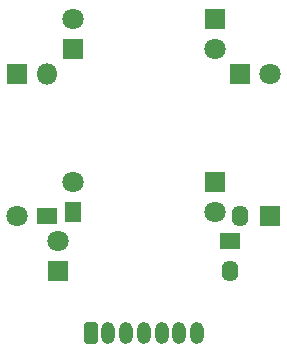
<source format=gbr>
%TF.GenerationSoftware,KiCad,Pcbnew,(6.0.7)*%
%TF.CreationDate,2022-08-28T13:45:58-07:00*%
%TF.ProjectId,cluster,636c7573-7465-4722-9e6b-696361645f70,rev?*%
%TF.SameCoordinates,Original*%
%TF.FileFunction,Soldermask,Top*%
%TF.FilePolarity,Negative*%
%FSLAX46Y46*%
G04 Gerber Fmt 4.6, Leading zero omitted, Abs format (unit mm)*
G04 Created by KiCad (PCBNEW (6.0.7)) date 2022-08-28 13:45:58*
%MOMM*%
%LPD*%
G01*
G04 APERTURE LIST*
G04 Aperture macros list*
%AMRoundRect*
0 Rectangle with rounded corners*
0 $1 Rounding radius*
0 $2 $3 $4 $5 $6 $7 $8 $9 X,Y pos of 4 corners*
0 Add a 4 corners polygon primitive as box body*
4,1,4,$2,$3,$4,$5,$6,$7,$8,$9,$2,$3,0*
0 Add four circle primitives for the rounded corners*
1,1,$1+$1,$2,$3*
1,1,$1+$1,$4,$5*
1,1,$1+$1,$6,$7*
1,1,$1+$1,$8,$9*
0 Add four rect primitives between the rounded corners*
20,1,$1+$1,$2,$3,$4,$5,0*
20,1,$1+$1,$4,$5,$6,$7,0*
20,1,$1+$1,$6,$7,$8,$9,0*
20,1,$1+$1,$8,$9,$2,$3,0*%
G04 Aperture macros list end*
%ADD10C,1.800000*%
%ADD11R,1.400000X1.800000*%
%ADD12O,1.170000X1.870000*%
%ADD13RoundRect,0.250380X-0.334620X-0.684620X0.334620X-0.684620X0.334620X0.684620X-0.334620X0.684620X0*%
%ADD14R,1.800000X1.800000*%
%ADD15O,1.400000X1.800000*%
%ADD16R,1.800000X1.400000*%
%ADD17O,1.800000X1.800000*%
G04 APERTURE END LIST*
D10*
%TO.C,PT3*%
X156425000Y-78705000D03*
D11*
X156425000Y-81245000D03*
%TD*%
D12*
%TO.C,J1*%
X159450000Y-91420000D03*
X160950000Y-91420000D03*
X163950000Y-91420000D03*
X162450000Y-91420000D03*
X165450000Y-91420000D03*
D13*
X157950000Y-91420000D03*
D12*
X166950000Y-91420000D03*
%TD*%
D10*
%TO.C,IR3*%
X168475000Y-81245000D03*
D14*
X168475000Y-78705000D03*
%TD*%
D10*
%TO.C,IR4*%
X156425000Y-64855000D03*
D14*
X156425000Y-67395000D03*
%TD*%
D10*
%TO.C,PT4*%
X168475000Y-67395000D03*
D14*
X168475000Y-64855000D03*
%TD*%
D10*
%TO.C,PT2*%
X155175000Y-83705000D03*
D14*
X155175000Y-86245000D03*
%TD*%
D15*
%TO.C,IR2*%
X169725000Y-86245000D03*
D16*
X169725000Y-83705000D03*
%TD*%
D10*
%TO.C,PT5*%
X173145000Y-69525000D03*
D14*
X170605000Y-69525000D03*
%TD*%
D10*
%TO.C,PT1*%
X151755000Y-81575000D03*
D16*
X154295000Y-81575000D03*
%TD*%
D15*
%TO.C,IR5*%
X170605000Y-81575000D03*
D14*
X173145000Y-81575000D03*
%TD*%
D17*
%TO.C,IR1*%
X154295000Y-69525000D03*
D14*
X151755000Y-69525000D03*
%TD*%
M02*

</source>
